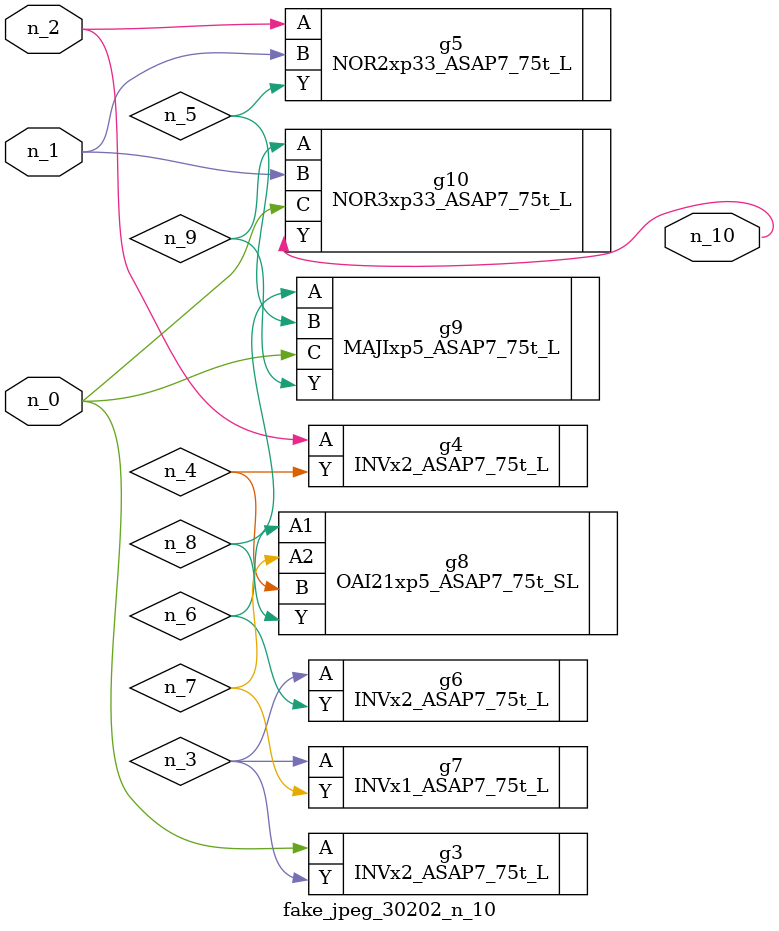
<source format=v>
module fake_jpeg_30202_n_10 (n_0, n_2, n_1, n_10);

input n_0;
input n_2;
input n_1;

output n_10;

wire n_3;
wire n_4;
wire n_8;
wire n_9;
wire n_6;
wire n_5;
wire n_7;

INVx2_ASAP7_75t_L g3 ( 
.A(n_0),
.Y(n_3)
);

INVx2_ASAP7_75t_L g4 ( 
.A(n_2),
.Y(n_4)
);

NOR2xp33_ASAP7_75t_L g5 ( 
.A(n_2),
.B(n_1),
.Y(n_5)
);

INVx2_ASAP7_75t_L g6 ( 
.A(n_3),
.Y(n_6)
);

OAI21xp5_ASAP7_75t_SL g8 ( 
.A1(n_6),
.A2(n_7),
.B(n_4),
.Y(n_8)
);

INVx1_ASAP7_75t_L g7 ( 
.A(n_3),
.Y(n_7)
);

MAJIxp5_ASAP7_75t_L g9 ( 
.A(n_8),
.B(n_5),
.C(n_0),
.Y(n_9)
);

NOR3xp33_ASAP7_75t_L g10 ( 
.A(n_9),
.B(n_1),
.C(n_0),
.Y(n_10)
);


endmodule
</source>
